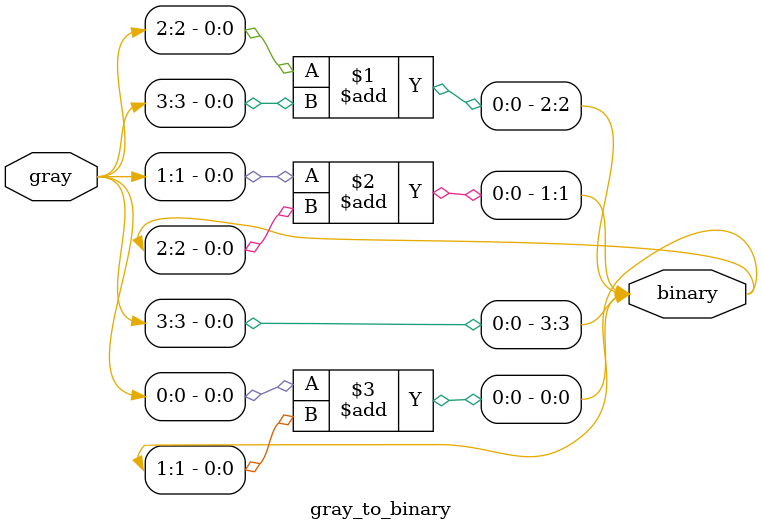
<source format=sv>
module gray_to_binary(binary,gray);
parameter SIZE = 4;
output [SIZE-1:0] binary;
input [SIZE-1:0] gray;

genvar i;
    assign binary[SIZE-1] = gray[SIZE-1] ;
generate
    for (i =1; i<SIZE; i=i+1)
        assign binary[SIZE-i-1]  = gray[SIZE-i-1] + binary[SIZE-i];
endgenerate

endmodule
</source>
